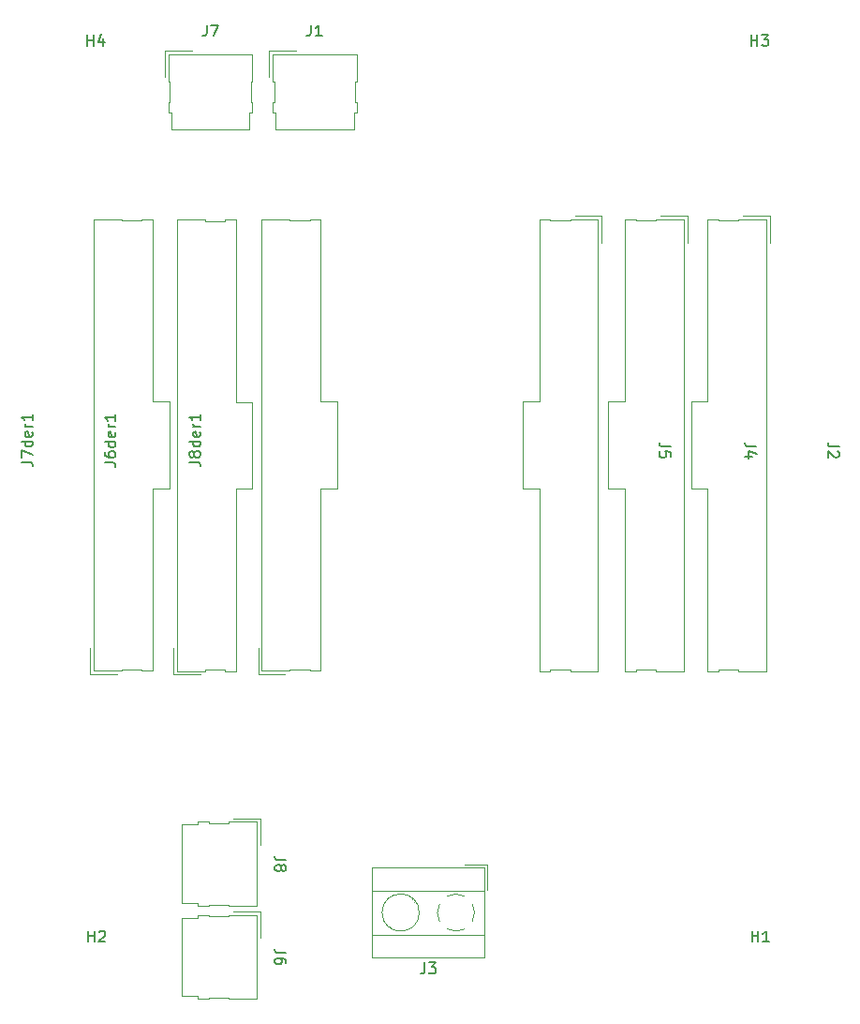
<source format=gbr>
%TF.GenerationSoftware,KiCad,Pcbnew,6.0.7+dfsg-1+b1*%
%TF.CreationDate,2022-09-30T15:10:01-05:00*%
%TF.ProjectId,esp32,65737033-322e-46b6-9963-61645f706362,rev?*%
%TF.SameCoordinates,Original*%
%TF.FileFunction,Legend,Top*%
%TF.FilePolarity,Positive*%
%FSLAX46Y46*%
G04 Gerber Fmt 4.6, Leading zero omitted, Abs format (unit mm)*
G04 Created by KiCad (PCBNEW 6.0.7+dfsg-1+b1) date 2022-09-30 15:10:01*
%MOMM*%
%LPD*%
G01*
G04 APERTURE LIST*
%ADD10C,0.150000*%
%ADD11C,0.120000*%
G04 APERTURE END LIST*
D10*
%TO.C,J6der1*%
X110739880Y-103350000D02*
X111454166Y-103350000D01*
X111597023Y-103397619D01*
X111692261Y-103492857D01*
X111739880Y-103635714D01*
X111739880Y-103730952D01*
X110739880Y-102445238D02*
X110739880Y-102635714D01*
X110787500Y-102730952D01*
X110835119Y-102778571D01*
X110977976Y-102873809D01*
X111168452Y-102921428D01*
X111549404Y-102921428D01*
X111644642Y-102873809D01*
X111692261Y-102826190D01*
X111739880Y-102730952D01*
X111739880Y-102540476D01*
X111692261Y-102445238D01*
X111644642Y-102397619D01*
X111549404Y-102350000D01*
X111311309Y-102350000D01*
X111216071Y-102397619D01*
X111168452Y-102445238D01*
X111120833Y-102540476D01*
X111120833Y-102730952D01*
X111168452Y-102826190D01*
X111216071Y-102873809D01*
X111311309Y-102921428D01*
X111739880Y-101492857D02*
X110739880Y-101492857D01*
X111692261Y-101492857D02*
X111739880Y-101588095D01*
X111739880Y-101778571D01*
X111692261Y-101873809D01*
X111644642Y-101921428D01*
X111549404Y-101969047D01*
X111263690Y-101969047D01*
X111168452Y-101921428D01*
X111120833Y-101873809D01*
X111073214Y-101778571D01*
X111073214Y-101588095D01*
X111120833Y-101492857D01*
X111692261Y-100635714D02*
X111739880Y-100730952D01*
X111739880Y-100921428D01*
X111692261Y-101016666D01*
X111597023Y-101064285D01*
X111216071Y-101064285D01*
X111120833Y-101016666D01*
X111073214Y-100921428D01*
X111073214Y-100730952D01*
X111120833Y-100635714D01*
X111216071Y-100588095D01*
X111311309Y-100588095D01*
X111406547Y-101064285D01*
X111739880Y-100159523D02*
X111073214Y-100159523D01*
X111263690Y-100159523D02*
X111168452Y-100111904D01*
X111120833Y-100064285D01*
X111073214Y-99969047D01*
X111073214Y-99873809D01*
X111739880Y-99016666D02*
X111739880Y-99588095D01*
X111739880Y-99302380D02*
X110739880Y-99302380D01*
X110882738Y-99397619D01*
X110977976Y-99492857D01*
X111025595Y-99588095D01*
%TO.C,J1*%
X129396666Y-63852380D02*
X129396666Y-64566666D01*
X129349047Y-64709523D01*
X129253809Y-64804761D01*
X129110952Y-64852380D01*
X129015714Y-64852380D01*
X130396666Y-64852380D02*
X129825238Y-64852380D01*
X130110952Y-64852380D02*
X130110952Y-63852380D01*
X130015714Y-63995238D01*
X129920476Y-64090476D01*
X129825238Y-64138095D01*
%TO.C,H4*%
X109168095Y-65742380D02*
X109168095Y-64742380D01*
X109168095Y-65218571D02*
X109739523Y-65218571D01*
X109739523Y-65742380D02*
X109739523Y-64742380D01*
X110644285Y-65075714D02*
X110644285Y-65742380D01*
X110406190Y-64694761D02*
X110168095Y-65409047D01*
X110787142Y-65409047D01*
%TO.C,H2*%
X109238095Y-146652380D02*
X109238095Y-145652380D01*
X109238095Y-146128571D02*
X109809523Y-146128571D01*
X109809523Y-146652380D02*
X109809523Y-145652380D01*
X110238095Y-145747619D02*
X110285714Y-145700000D01*
X110380952Y-145652380D01*
X110619047Y-145652380D01*
X110714285Y-145700000D01*
X110761904Y-145747619D01*
X110809523Y-145842857D01*
X110809523Y-145938095D01*
X110761904Y-146080952D01*
X110190476Y-146652380D01*
X110809523Y-146652380D01*
%TO.C,J7*%
X119966666Y-63852380D02*
X119966666Y-64566666D01*
X119919047Y-64709523D01*
X119823809Y-64804761D01*
X119680952Y-64852380D01*
X119585714Y-64852380D01*
X120347619Y-63852380D02*
X121014285Y-63852380D01*
X120585714Y-64852380D01*
%TO.C,H1*%
X169238095Y-146652380D02*
X169238095Y-145652380D01*
X169238095Y-146128571D02*
X169809523Y-146128571D01*
X169809523Y-146652380D02*
X169809523Y-145652380D01*
X170809523Y-146652380D02*
X170238095Y-146652380D01*
X170523809Y-146652380D02*
X170523809Y-145652380D01*
X170428571Y-145795238D01*
X170333333Y-145890476D01*
X170238095Y-145938095D01*
%TO.C,J4*%
X169635119Y-101926666D02*
X168920833Y-101926666D01*
X168777976Y-101879047D01*
X168682738Y-101783809D01*
X168635119Y-101640952D01*
X168635119Y-101545714D01*
X169301785Y-102831428D02*
X168635119Y-102831428D01*
X169682738Y-102593333D02*
X168968452Y-102355238D01*
X168968452Y-102974285D01*
%TO.C,J7der1*%
X103217380Y-103330000D02*
X103931666Y-103330000D01*
X104074523Y-103377619D01*
X104169761Y-103472857D01*
X104217380Y-103615714D01*
X104217380Y-103710952D01*
X103217380Y-102949047D02*
X103217380Y-102282380D01*
X104217380Y-102710952D01*
X104217380Y-101472857D02*
X103217380Y-101472857D01*
X104169761Y-101472857D02*
X104217380Y-101568095D01*
X104217380Y-101758571D01*
X104169761Y-101853809D01*
X104122142Y-101901428D01*
X104026904Y-101949047D01*
X103741190Y-101949047D01*
X103645952Y-101901428D01*
X103598333Y-101853809D01*
X103550714Y-101758571D01*
X103550714Y-101568095D01*
X103598333Y-101472857D01*
X104169761Y-100615714D02*
X104217380Y-100710952D01*
X104217380Y-100901428D01*
X104169761Y-100996666D01*
X104074523Y-101044285D01*
X103693571Y-101044285D01*
X103598333Y-100996666D01*
X103550714Y-100901428D01*
X103550714Y-100710952D01*
X103598333Y-100615714D01*
X103693571Y-100568095D01*
X103788809Y-100568095D01*
X103884047Y-101044285D01*
X104217380Y-100139523D02*
X103550714Y-100139523D01*
X103741190Y-100139523D02*
X103645952Y-100091904D01*
X103598333Y-100044285D01*
X103550714Y-99949047D01*
X103550714Y-99853809D01*
X104217380Y-98996666D02*
X104217380Y-99568095D01*
X104217380Y-99282380D02*
X103217380Y-99282380D01*
X103360238Y-99377619D01*
X103455476Y-99472857D01*
X103503095Y-99568095D01*
%TO.C,H3*%
X169168095Y-65742380D02*
X169168095Y-64742380D01*
X169168095Y-65218571D02*
X169739523Y-65218571D01*
X169739523Y-65742380D02*
X169739523Y-64742380D01*
X170120476Y-64742380D02*
X170739523Y-64742380D01*
X170406190Y-65123333D01*
X170549047Y-65123333D01*
X170644285Y-65170952D01*
X170691904Y-65218571D01*
X170739523Y-65313809D01*
X170739523Y-65551904D01*
X170691904Y-65647142D01*
X170644285Y-65694761D01*
X170549047Y-65742380D01*
X170263333Y-65742380D01*
X170168095Y-65694761D01*
X170120476Y-65647142D01*
%TO.C,J3*%
X139666666Y-148512380D02*
X139666666Y-149226666D01*
X139619047Y-149369523D01*
X139523809Y-149464761D01*
X139380952Y-149512380D01*
X139285714Y-149512380D01*
X140047619Y-148512380D02*
X140666666Y-148512380D01*
X140333333Y-148893333D01*
X140476190Y-148893333D01*
X140571428Y-148940952D01*
X140619047Y-148988571D01*
X140666666Y-149083809D01*
X140666666Y-149321904D01*
X140619047Y-149417142D01*
X140571428Y-149464761D01*
X140476190Y-149512380D01*
X140190476Y-149512380D01*
X140095238Y-149464761D01*
X140047619Y-149417142D01*
%TO.C,J6*%
X127130119Y-147666666D02*
X126415833Y-147666666D01*
X126272976Y-147619047D01*
X126177738Y-147523809D01*
X126130119Y-147380952D01*
X126130119Y-147285714D01*
X127130119Y-148571428D02*
X127130119Y-148380952D01*
X127082500Y-148285714D01*
X127034880Y-148238095D01*
X126892023Y-148142857D01*
X126701547Y-148095238D01*
X126320595Y-148095238D01*
X126225357Y-148142857D01*
X126177738Y-148190476D01*
X126130119Y-148285714D01*
X126130119Y-148476190D01*
X126177738Y-148571428D01*
X126225357Y-148619047D01*
X126320595Y-148666666D01*
X126558690Y-148666666D01*
X126653928Y-148619047D01*
X126701547Y-148571428D01*
X126749166Y-148476190D01*
X126749166Y-148285714D01*
X126701547Y-148190476D01*
X126653928Y-148142857D01*
X126558690Y-148095238D01*
%TO.C,J8der1*%
X118402380Y-103330000D02*
X119116666Y-103330000D01*
X119259523Y-103377619D01*
X119354761Y-103472857D01*
X119402380Y-103615714D01*
X119402380Y-103710952D01*
X118830952Y-102710952D02*
X118783333Y-102806190D01*
X118735714Y-102853809D01*
X118640476Y-102901428D01*
X118592857Y-102901428D01*
X118497619Y-102853809D01*
X118450000Y-102806190D01*
X118402380Y-102710952D01*
X118402380Y-102520476D01*
X118450000Y-102425238D01*
X118497619Y-102377619D01*
X118592857Y-102330000D01*
X118640476Y-102330000D01*
X118735714Y-102377619D01*
X118783333Y-102425238D01*
X118830952Y-102520476D01*
X118830952Y-102710952D01*
X118878571Y-102806190D01*
X118926190Y-102853809D01*
X119021428Y-102901428D01*
X119211904Y-102901428D01*
X119307142Y-102853809D01*
X119354761Y-102806190D01*
X119402380Y-102710952D01*
X119402380Y-102520476D01*
X119354761Y-102425238D01*
X119307142Y-102377619D01*
X119211904Y-102330000D01*
X119021428Y-102330000D01*
X118926190Y-102377619D01*
X118878571Y-102425238D01*
X118830952Y-102520476D01*
X119402380Y-101472857D02*
X118402380Y-101472857D01*
X119354761Y-101472857D02*
X119402380Y-101568095D01*
X119402380Y-101758571D01*
X119354761Y-101853809D01*
X119307142Y-101901428D01*
X119211904Y-101949047D01*
X118926190Y-101949047D01*
X118830952Y-101901428D01*
X118783333Y-101853809D01*
X118735714Y-101758571D01*
X118735714Y-101568095D01*
X118783333Y-101472857D01*
X119354761Y-100615714D02*
X119402380Y-100710952D01*
X119402380Y-100901428D01*
X119354761Y-100996666D01*
X119259523Y-101044285D01*
X118878571Y-101044285D01*
X118783333Y-100996666D01*
X118735714Y-100901428D01*
X118735714Y-100710952D01*
X118783333Y-100615714D01*
X118878571Y-100568095D01*
X118973809Y-100568095D01*
X119069047Y-101044285D01*
X119402380Y-100139523D02*
X118735714Y-100139523D01*
X118926190Y-100139523D02*
X118830952Y-100091904D01*
X118783333Y-100044285D01*
X118735714Y-99949047D01*
X118735714Y-99853809D01*
X119402380Y-98996666D02*
X119402380Y-99568095D01*
X119402380Y-99282380D02*
X118402380Y-99282380D01*
X118545238Y-99377619D01*
X118640476Y-99472857D01*
X118688095Y-99568095D01*
%TO.C,J8*%
X127130119Y-139266666D02*
X126415833Y-139266666D01*
X126272976Y-139219047D01*
X126177738Y-139123809D01*
X126130119Y-138980952D01*
X126130119Y-138885714D01*
X126701547Y-139885714D02*
X126749166Y-139790476D01*
X126796785Y-139742857D01*
X126892023Y-139695238D01*
X126939642Y-139695238D01*
X127034880Y-139742857D01*
X127082500Y-139790476D01*
X127130119Y-139885714D01*
X127130119Y-140076190D01*
X127082500Y-140171428D01*
X127034880Y-140219047D01*
X126939642Y-140266666D01*
X126892023Y-140266666D01*
X126796785Y-140219047D01*
X126749166Y-140171428D01*
X126701547Y-140076190D01*
X126701547Y-139885714D01*
X126653928Y-139790476D01*
X126606309Y-139742857D01*
X126511071Y-139695238D01*
X126320595Y-139695238D01*
X126225357Y-139742857D01*
X126177738Y-139790476D01*
X126130119Y-139885714D01*
X126130119Y-140076190D01*
X126177738Y-140171428D01*
X126225357Y-140219047D01*
X126320595Y-140266666D01*
X126511071Y-140266666D01*
X126606309Y-140219047D01*
X126653928Y-140171428D01*
X126701547Y-140076190D01*
%TO.C,J5*%
X161885119Y-101926666D02*
X161170833Y-101926666D01*
X161027976Y-101879047D01*
X160932738Y-101783809D01*
X160885119Y-101640952D01*
X160885119Y-101545714D01*
X161885119Y-102879047D02*
X161885119Y-102402857D01*
X161408928Y-102355238D01*
X161456547Y-102402857D01*
X161504166Y-102498095D01*
X161504166Y-102736190D01*
X161456547Y-102831428D01*
X161408928Y-102879047D01*
X161313690Y-102926666D01*
X161075595Y-102926666D01*
X160980357Y-102879047D01*
X160932738Y-102831428D01*
X160885119Y-102736190D01*
X160885119Y-102498095D01*
X160932738Y-102402857D01*
X160980357Y-102355238D01*
%TO.C,J2*%
X177112619Y-101926666D02*
X176398333Y-101926666D01*
X176255476Y-101879047D01*
X176160238Y-101783809D01*
X176112619Y-101640952D01*
X176112619Y-101545714D01*
X177017380Y-102355238D02*
X177065000Y-102402857D01*
X177112619Y-102498095D01*
X177112619Y-102736190D01*
X177065000Y-102831428D01*
X177017380Y-102879047D01*
X176922142Y-102926666D01*
X176826904Y-102926666D01*
X176684047Y-102879047D01*
X176112619Y-102307619D01*
X176112619Y-102926666D01*
D11*
%TO.C,J6der1*%
X119807500Y-81550000D02*
X119807500Y-81420000D01*
X122597500Y-105730000D02*
X124097500Y-105730000D01*
X121617500Y-81550000D02*
X119807500Y-81550000D01*
X122597500Y-81420000D02*
X121617500Y-81420000D01*
X124097500Y-97890000D02*
X122597500Y-97890000D01*
X121617500Y-122200000D02*
X122597500Y-122200000D01*
X117277500Y-81420000D02*
X117277500Y-122200000D01*
X119807500Y-122070000D02*
X121617500Y-122070000D01*
X119807500Y-122200000D02*
X119807500Y-122070000D01*
X124097500Y-105730000D02*
X124097500Y-97890000D01*
X119807500Y-81420000D02*
X117277500Y-81420000D01*
X119387500Y-122500000D02*
X116977500Y-122500000D01*
X121617500Y-122070000D02*
X121617500Y-122200000D01*
X116977500Y-122500000D02*
X116977500Y-120090000D01*
X122597500Y-122200000D02*
X122597500Y-105730000D01*
X117277500Y-122200000D02*
X119807500Y-122200000D01*
X121617500Y-81420000D02*
X121617500Y-81550000D01*
X122597500Y-97890000D02*
X122597500Y-81420000D01*
%TO.C,J1*%
X133530000Y-70820000D02*
X133400000Y-70820000D01*
X133530000Y-71800000D02*
X133530000Y-70820000D01*
X125930000Y-69010000D02*
X126060000Y-69010000D01*
X133270000Y-73300000D02*
X133270000Y-71800000D01*
X133530000Y-69010000D02*
X133530000Y-66480000D01*
X133270000Y-71800000D02*
X133530000Y-71800000D01*
X125630000Y-68590000D02*
X125630000Y-66180000D01*
X133400000Y-70820000D02*
X133400000Y-69010000D01*
X126190000Y-71800000D02*
X126190000Y-73300000D01*
X125930000Y-71800000D02*
X126190000Y-71800000D01*
X126060000Y-69010000D02*
X126060000Y-70820000D01*
X133530000Y-66480000D02*
X125930000Y-66480000D01*
X125930000Y-66480000D02*
X125930000Y-69010000D01*
X126060000Y-70820000D02*
X125930000Y-70820000D01*
X133400000Y-69010000D02*
X133530000Y-69010000D01*
X125630000Y-66180000D02*
X128040000Y-66180000D01*
X125930000Y-70820000D02*
X125930000Y-71800000D01*
X126190000Y-73300000D02*
X133270000Y-73300000D01*
%TO.C,J7*%
X116630000Y-70820000D02*
X116500000Y-70820000D01*
X116500000Y-70820000D02*
X116500000Y-71800000D01*
X116500000Y-71800000D02*
X116760000Y-71800000D01*
X116760000Y-73300000D02*
X123840000Y-73300000D01*
X123840000Y-71800000D02*
X124100000Y-71800000D01*
X116200000Y-66180000D02*
X118610000Y-66180000D01*
X116760000Y-71800000D02*
X116760000Y-73300000D01*
X124100000Y-71800000D02*
X124100000Y-70820000D01*
X124100000Y-69010000D02*
X124100000Y-66480000D01*
X116200000Y-68590000D02*
X116200000Y-66180000D01*
X123840000Y-73300000D02*
X123840000Y-71800000D01*
X124100000Y-70820000D02*
X123970000Y-70820000D01*
X123970000Y-70820000D02*
X123970000Y-69010000D01*
X124100000Y-66480000D02*
X116500000Y-66480000D01*
X116630000Y-69010000D02*
X116630000Y-70820000D01*
X116500000Y-69010000D02*
X116630000Y-69010000D01*
X123970000Y-69010000D02*
X124100000Y-69010000D01*
X116500000Y-66480000D02*
X116500000Y-69010000D01*
%TO.C,J4*%
X157777500Y-81410000D02*
X157777500Y-97880000D01*
X160987500Y-81110000D02*
X163397500Y-81110000D01*
X157777500Y-105720000D02*
X157777500Y-122190000D01*
X160567500Y-122190000D02*
X163097500Y-122190000D01*
X160567500Y-81540000D02*
X158757500Y-81540000D01*
X157777500Y-97880000D02*
X156277500Y-97880000D01*
X158757500Y-81540000D02*
X158757500Y-81410000D01*
X163097500Y-122190000D02*
X163097500Y-81410000D01*
X156277500Y-105720000D02*
X157777500Y-105720000D01*
X157777500Y-122190000D02*
X158757500Y-122190000D01*
X158757500Y-122060000D02*
X160567500Y-122060000D01*
X160567500Y-122060000D02*
X160567500Y-122190000D01*
X158757500Y-122190000D02*
X158757500Y-122060000D01*
X163397500Y-81110000D02*
X163397500Y-83520000D01*
X156277500Y-97880000D02*
X156277500Y-105720000D01*
X160567500Y-81410000D02*
X160567500Y-81540000D01*
X163097500Y-81410000D02*
X160567500Y-81410000D01*
X158757500Y-81410000D02*
X157777500Y-81410000D01*
%TO.C,J7der1*%
X115075000Y-105710000D02*
X116575000Y-105710000D01*
X114095000Y-122050000D02*
X114095000Y-122180000D01*
X114095000Y-81530000D02*
X112285000Y-81530000D01*
X114095000Y-81400000D02*
X114095000Y-81530000D01*
X115075000Y-97870000D02*
X115075000Y-81400000D01*
X112285000Y-122050000D02*
X114095000Y-122050000D01*
X114095000Y-122180000D02*
X115075000Y-122180000D01*
X109455000Y-122480000D02*
X109455000Y-120070000D01*
X115075000Y-122180000D02*
X115075000Y-105710000D01*
X112285000Y-81530000D02*
X112285000Y-81400000D01*
X112285000Y-81400000D02*
X109755000Y-81400000D01*
X111865000Y-122480000D02*
X109455000Y-122480000D01*
X112285000Y-122180000D02*
X112285000Y-122050000D01*
X109755000Y-122180000D02*
X112285000Y-122180000D01*
X109755000Y-81400000D02*
X109755000Y-122180000D01*
X115075000Y-81400000D02*
X114095000Y-81400000D01*
X116575000Y-97870000D02*
X115075000Y-97870000D01*
X116575000Y-105710000D02*
X116575000Y-97870000D01*
%TO.C,J3*%
X145060000Y-148060000D02*
X145060000Y-139940000D01*
X145060000Y-146000000D02*
X134940000Y-146000000D01*
X134940000Y-148060000D02*
X134940000Y-139940000D01*
X136430000Y-145275000D02*
X136489000Y-145216000D01*
X136225000Y-145069000D02*
X136319000Y-144976000D01*
X145060000Y-142000000D02*
X134940000Y-142000000D01*
X145300000Y-141940000D02*
X145300000Y-139700000D01*
X138680000Y-143024000D02*
X138774000Y-142931000D01*
X145060000Y-148060000D02*
X134940000Y-148060000D01*
X145300000Y-139700000D02*
X143300000Y-139700000D01*
X145060000Y-139940000D02*
X134940000Y-139940000D01*
X138510000Y-142784000D02*
X138569000Y-142726000D01*
X142500000Y-142320000D02*
G75*
G03*
X141711288Y-142516648I0J-1680000D01*
G01*
X143289000Y-142516000D02*
G75*
G03*
X142470617Y-142319550I-788998J-1483995D01*
G01*
X141015999Y-143211000D02*
G75*
G03*
X141016047Y-144789089I1484001J-789000D01*
G01*
X143984000Y-144789000D02*
G75*
G03*
X143983953Y-143210911I-1483995J789000D01*
G01*
X141711000Y-145484000D02*
G75*
G03*
X143289089Y-145483953I789000J1483995D01*
G01*
X139180000Y-144000000D02*
G75*
G03*
X139180000Y-144000000I-1680000J0D01*
G01*
%TO.C,J6*%
X124502500Y-144200000D02*
X121972500Y-144200000D01*
X119182500Y-151800000D02*
X120162500Y-151800000D01*
X120162500Y-151670000D02*
X121972500Y-151670000D01*
X122392500Y-143900000D02*
X124802500Y-143900000D01*
X124802500Y-143900000D02*
X124802500Y-146310000D01*
X121972500Y-144330000D02*
X120162500Y-144330000D01*
X119182500Y-151540000D02*
X119182500Y-151800000D01*
X120162500Y-144200000D02*
X119182500Y-144200000D01*
X121972500Y-151670000D02*
X121972500Y-151800000D01*
X121972500Y-144200000D02*
X121972500Y-144330000D01*
X120162500Y-144330000D02*
X120162500Y-144200000D01*
X117682500Y-151540000D02*
X119182500Y-151540000D01*
X119182500Y-144200000D02*
X119182500Y-144460000D01*
X124502500Y-151800000D02*
X124502500Y-144200000D01*
X117682500Y-144460000D02*
X117682500Y-151540000D01*
X121972500Y-151800000D02*
X124502500Y-151800000D01*
X119182500Y-144460000D02*
X117682500Y-144460000D01*
X120162500Y-151800000D02*
X120162500Y-151670000D01*
%TO.C,J8der1*%
X130260000Y-122180000D02*
X130260000Y-105710000D01*
X124940000Y-81400000D02*
X124940000Y-122180000D01*
X129280000Y-122050000D02*
X129280000Y-122180000D01*
X127470000Y-122180000D02*
X127470000Y-122050000D01*
X127470000Y-81530000D02*
X127470000Y-81400000D01*
X127470000Y-122050000D02*
X129280000Y-122050000D01*
X129280000Y-81400000D02*
X129280000Y-81530000D01*
X129280000Y-122180000D02*
X130260000Y-122180000D01*
X130260000Y-97870000D02*
X130260000Y-81400000D01*
X127470000Y-81400000D02*
X124940000Y-81400000D01*
X129280000Y-81530000D02*
X127470000Y-81530000D01*
X131760000Y-105710000D02*
X131760000Y-97870000D01*
X127050000Y-122480000D02*
X124640000Y-122480000D01*
X124940000Y-122180000D02*
X127470000Y-122180000D01*
X124640000Y-122480000D02*
X124640000Y-120070000D01*
X130260000Y-81400000D02*
X129280000Y-81400000D01*
X130260000Y-105710000D02*
X131760000Y-105710000D01*
X131760000Y-97870000D02*
X130260000Y-97870000D01*
%TO.C,J8*%
X124802500Y-135500000D02*
X124802500Y-137910000D01*
X119182500Y-136060000D02*
X117682500Y-136060000D01*
X120162500Y-143270000D02*
X121972500Y-143270000D01*
X121972500Y-143270000D02*
X121972500Y-143400000D01*
X119182500Y-143400000D02*
X120162500Y-143400000D01*
X117682500Y-136060000D02*
X117682500Y-143140000D01*
X124502500Y-135800000D02*
X121972500Y-135800000D01*
X120162500Y-135800000D02*
X119182500Y-135800000D01*
X119182500Y-135800000D02*
X119182500Y-136060000D01*
X121972500Y-135930000D02*
X120162500Y-135930000D01*
X124502500Y-143400000D02*
X124502500Y-135800000D01*
X120162500Y-143400000D02*
X120162500Y-143270000D01*
X122392500Y-135500000D02*
X124802500Y-135500000D01*
X121972500Y-143400000D02*
X124502500Y-143400000D01*
X121972500Y-135800000D02*
X121972500Y-135930000D01*
X119182500Y-143140000D02*
X119182500Y-143400000D01*
X120162500Y-135930000D02*
X120162500Y-135800000D01*
X117682500Y-143140000D02*
X119182500Y-143140000D01*
%TO.C,J5*%
X151007500Y-81540000D02*
X151007500Y-81410000D01*
X152817500Y-122060000D02*
X152817500Y-122190000D01*
X150027500Y-105720000D02*
X150027500Y-122190000D01*
X148527500Y-97880000D02*
X148527500Y-105720000D01*
X152817500Y-81540000D02*
X151007500Y-81540000D01*
X150027500Y-97880000D02*
X148527500Y-97880000D01*
X150027500Y-122190000D02*
X151007500Y-122190000D01*
X155647500Y-81110000D02*
X155647500Y-83520000D01*
X153237500Y-81110000D02*
X155647500Y-81110000D01*
X151007500Y-122190000D02*
X151007500Y-122060000D01*
X155347500Y-81410000D02*
X152817500Y-81410000D01*
X151007500Y-81410000D02*
X150027500Y-81410000D01*
X150027500Y-81410000D02*
X150027500Y-97880000D01*
X152817500Y-81410000D02*
X152817500Y-81540000D01*
X152817500Y-122190000D02*
X155347500Y-122190000D01*
X151007500Y-122060000D02*
X152817500Y-122060000D01*
X155347500Y-122190000D02*
X155347500Y-81410000D01*
X148527500Y-105720000D02*
X150027500Y-105720000D01*
%TO.C,J2*%
X166235000Y-122060000D02*
X168045000Y-122060000D01*
X165255000Y-105720000D02*
X165255000Y-122190000D01*
X168045000Y-122190000D02*
X170575000Y-122190000D01*
X166235000Y-81540000D02*
X166235000Y-81410000D01*
X166235000Y-122190000D02*
X166235000Y-122060000D01*
X165255000Y-122190000D02*
X166235000Y-122190000D01*
X163755000Y-97880000D02*
X163755000Y-105720000D01*
X168465000Y-81110000D02*
X170875000Y-81110000D01*
X170575000Y-81410000D02*
X168045000Y-81410000D01*
X163755000Y-105720000D02*
X165255000Y-105720000D01*
X166235000Y-81410000D02*
X165255000Y-81410000D01*
X170575000Y-122190000D02*
X170575000Y-81410000D01*
X168045000Y-81540000D02*
X166235000Y-81540000D01*
X170875000Y-81110000D02*
X170875000Y-83520000D01*
X168045000Y-81410000D02*
X168045000Y-81540000D01*
X165255000Y-81410000D02*
X165255000Y-97880000D01*
X168045000Y-122060000D02*
X168045000Y-122190000D01*
X165255000Y-97880000D02*
X163755000Y-97880000D01*
%TD*%
M02*

</source>
